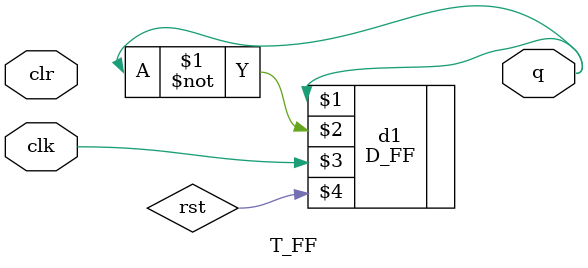
<source format=v>
`timescale 1ns / 1ps
module T_FF(q,clk,clr);
input clk,clr;
output q;
D_FF d1(q,~q,clk,rst);
endmodule

</source>
